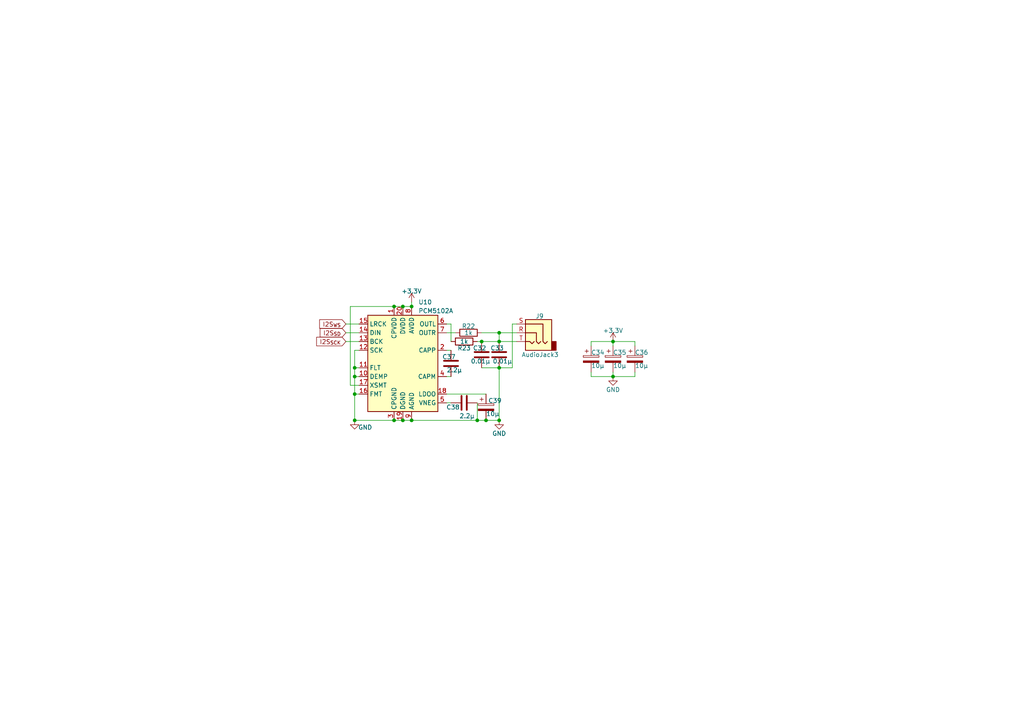
<source format=kicad_sch>
(kicad_sch (version 20230121) (generator eeschema)
  (paper "A4")
  (lib_symbols
    (symbol "Audio:PCM5102A"
      (property "Reference" "U" (at -10.16 13.97 0))
      (property "Value" "PCM5102A" (at 3.81 13.97 0))
      (symbol "PCM5102A_0_1"
        (rectangle (start -10.16 12.7) (end 10.16 -15.24) (stroke (width 0.254)) (fill (type background)))
      )
      (symbol "PCM5102A_1_1"
        (pin passive line (at -2.54 15.24 270) (length 2.54) (name "CPVDD") (number "1"))
        (pin input line (at -12.7 -5.08 0) (length 2.54) (name "DEMP") (number "10"))
        (pin input line (at -12.7 -2.54 0) (length 2.54) (name "FLT") (number "11"))
        (pin input line (at -12.7 2.54 0) (length 2.54) (name "SCK") (number "12"))
        (pin input line (at -12.7 5.08 0) (length 2.54) (name "BCK") (number "13"))
        (pin input line (at -12.7 7.62 0) (length 2.54) (name "DIN") (number "14"))
        (pin input line (at -12.7 10.16 0) (length 2.54) (name "LRCK") (number "15"))
        (pin input line (at -12.7 -10.16 0) (length 2.54) (name "FMT") (number "16"))
        (pin input line (at -12.7 -7.62 0) (length 2.54) (name "XSMT") (number "17"))
        (pin passive line (at 12.7 -10.16 180) (length 2.54) (name "LDOO") (number "18"))
        (pin power_in line (at 0 -17.78 90) (length 2.54) (name "DGND") (number "19"))
        (pin passive line (at 12.7 2.54 180) (length 2.54) (name "CAPP") (number "2"))
        (pin power_in line (at 0 15.24 270) (length 2.54) (name "DVDD") (number "20"))
        (pin power_in line (at -2.54 -17.78 90) (length 2.54) (name "CPGND") (number "3"))
        (pin passive line (at 12.7 -5.08 180) (length 2.54) (name "CAPM") (number "4"))
        (pin passive line (at 12.7 -12.7 180) (length 2.54) (name "VNEG") (number "5"))
        (pin output line (at 12.7 10.16 180) (length 2.54) (name "OUTL") (number "6"))
        (pin output line (at 12.7 7.62 180) (length 2.54) (name "OUTR") (number "7"))
        (pin power_in line (at 2.54 15.24 270) (length 2.54) (name "AVDD") (number "8"))
        (pin power_in line (at 2.54 -17.78 90) (length 2.54) (name "AGND") (number "9"))
      )
    )
    (symbol "Connector_Audio:AudioJack3"
      (property "Reference" "J" (at 0 8.89 0))
      (property "Value" "AudioJack3" (at 0 6.35 0))
      (symbol "AudioJack3_0_1"
        (rectangle (start -5.08 -5.08) (end -6.35 -2.54) (stroke (width 0.254)) (fill (type outline)))
        (polyline (pts (xy 0 -2.54) (xy 0.635 -3.175) (xy 1.27 -2.54) (xy 2.54 -2.54)) (stroke (width 0.254)))
        (polyline (pts (xy -1.905 -2.54) (xy -1.27 -3.175) (xy -0.635 -2.54) (xy -0.635 0) (xy 2.54 0)) (stroke (width 0.254)))
        (polyline (pts (xy 2.54 2.54) (xy -2.54 2.54) (xy -2.54 -2.54) (xy -3.175 -3.175) (xy -3.81 -2.54)) (stroke (width 0.254)))
        (rectangle (start 2.54 3.81) (end -5.08 -5.08) (stroke (width 0.254)) (fill (type background)))
      )
      (symbol "AudioJack3_1_1"
        (pin passive line (at 5.08 0 180) (length 2.54) (name "~") (number "R"))
        (pin passive line (at 5.08 2.54 180) (length 2.54) (name "~") (number "S"))
        (pin passive line (at 5.08 -2.54 180) (length 2.54) (name "~") (number "T"))
      )
    )
    (symbol "Device:C" (pin_numbers hide) (pin_names (offset 0.254))
      (property "Reference" "C" (at 0.635 2.54 0))
      (property "Value" "C" (at 0.635 -2.54 0))
      (symbol "C_0_1"
        (polyline (pts (xy -2.032 -0.762) (xy 2.032 -0.762)) (stroke (width 0.508)))
        (polyline (pts (xy -2.032 0.762) (xy 2.032 0.762)) (stroke (width 0.508)))
      )
      (symbol "C_1_1"
        (pin passive line (at 0 3.81 270) (length 2.794) (name "~") (number "1"))
        (pin passive line (at 0 -3.81 90) (length 2.794) (name "~") (number "2"))
      )
    )
    (symbol "Device:C_Polarized" (pin_numbers hide) (pin_names (offset 0.254))
      (property "Reference" "C" (at 0.635 2.54 0))
      (property "Value" "C_Polarized" (at 0.635 -2.54 0))
      (symbol "C_Polarized_0_1"
        (rectangle (start -2.286 0.508) (end 2.286 1.016))
        (polyline (pts (xy -1.778 2.286) (xy -0.762 2.286)))
        (polyline (pts (xy -1.27 2.794) (xy -1.27 1.778)))
        (rectangle (start 2.286 -0.508) (end -2.286 -1.016) (fill (type outline)))
      )
      (symbol "C_Polarized_1_1"
        (pin passive line (at 0 3.81 270) (length 2.794) (name "~") (number "1"))
        (pin passive line (at 0 -3.81 90) (length 2.794) (name "~") (number "2"))
      )
    )
    (symbol "Device:R" (pin_numbers hide) (pin_names (offset 0))
      (property "Reference" "R" (at 2.032 0 90))
      (property "Value" "R" (at 0 0 90))
      (symbol "R_0_1"
        (rectangle (start -1.016 -2.54) (end 1.016 2.54) (stroke (width 0.254)))
      )
      (symbol "R_1_1"
        (pin passive line (at 0 3.81 270) (length 1.27) (name "~") (number "1"))
        (pin passive line (at 0 -3.81 90) (length 1.27) (name "~") (number "2"))
      )
    )
    (symbol "power:+3.3V" (power) (pin_names (offset 0))
      (property "Value" "+3.3V" (at 0 3.556 0))
      (symbol "+3.3V_0_1"
        (polyline (pts (xy -0.762 1.27) (xy 0 2.54)))
        (polyline (pts (xy 0 0) (xy 0 2.54)))
        (polyline (pts (xy 0 2.54) (xy 0.762 1.27)))
      )
      (symbol "+3.3V_1_1"
        (pin power_in line (at 0 0 90) (length 0) hide (name "+3.3V") (number "1"))
      )
    )
    (symbol "power:GND" (power) (pin_names (offset 0))
      (property "Value" "GND" (at 0 -3.81 0))
      (symbol "GND_0_1"
        (polyline (pts (xy 0 0) (xy 0 -1.27) (xy 1.27 -1.27) (xy 0 -2.54) (xy -1.27 -1.27) (xy 0 -1.27)))
      )
      (symbol "GND_1_1"
        (pin power_in line (at 0 0 270) (length 0) hide (name "GND") (number "1"))
      )
    )
  )
  (junction (at 116.84 88.9))
  (junction (at 138.43 121.92))
  (junction (at 102.87 114.3))
  (junction (at 144.78 121.92))
  (junction (at 102.87 106.68))
  (junction (at 177.8 99.06))
  (junction (at 119.38 121.92))
  (junction (at 144.78 99.06))
  (junction (at 140.97 121.92))
  (junction (at 119.38 88.9))
  (junction (at 177.8 109.22))
  (junction (at 116.84 121.92))
  (junction (at 114.3 88.9))
  (junction (at 144.78 106.68))
  (junction (at 139.7 99.06))
  (junction (at 114.3 121.92))
  (junction (at 102.87 121.92))
  (junction (at 144.78 96.52))
  (junction (at 102.87 109.22))
  (wire (pts (xy 144.78 96.52) (xy 149.86 96.52)))
  (wire (pts (xy 171.45 109.22) (xy 177.8 109.22)))
  (wire (pts (xy 138.43 116.84) (xy 138.43 121.92)))
  (wire (pts (xy 100.33 93.98) (xy 104.14 93.98)))
  (wire (pts (xy 144.78 106.68) (xy 144.78 121.92)))
  (wire (pts (xy 144.78 106.68) (xy 148.59 106.68)))
  (wire (pts (xy 100.33 99.06) (xy 104.14 99.06)))
  (wire (pts (xy 102.87 106.68) (xy 102.87 109.22)))
  (wire (pts (xy 140.97 121.92) (xy 144.78 121.92)))
  (wire (pts (xy 102.87 106.68) (xy 104.14 106.68)))
  (wire (pts (xy 130.81 93.98) (xy 129.54 93.98)))
  (wire (pts (xy 138.43 121.92) (xy 140.97 121.92)))
  (wire (pts (xy 114.3 121.92) (xy 116.84 121.92)))
  (wire (pts (xy 148.59 93.98) (xy 148.59 106.68)))
  (wire (pts (xy 102.87 121.92) (xy 114.3 121.92)))
  (wire (pts (xy 144.78 99.06) (xy 149.86 99.06)))
  (wire (pts (xy 129.54 96.52) (xy 132.08 96.52)))
  (wire (pts (xy 177.8 99.06) (xy 177.8 100.33)))
  (wire (pts (xy 138.43 99.06) (xy 139.7 99.06)))
  (wire (pts (xy 171.45 99.06) (xy 177.8 99.06)))
  (wire (pts (xy 119.38 121.92) (xy 138.43 121.92)))
  (wire (pts (xy 101.6 111.76) (xy 101.6 88.9)))
  (wire (pts (xy 119.38 87.63) (xy 119.38 88.9)))
  (wire (pts (xy 139.7 106.68) (xy 144.78 106.68)))
  (wire (pts (xy 184.15 100.33) (xy 184.15 99.06)))
  (wire (pts (xy 102.87 109.22) (xy 104.14 109.22)))
  (wire (pts (xy 116.84 88.9) (xy 119.38 88.9)))
  (wire (pts (xy 129.54 116.84) (xy 130.81 116.84)))
  (wire (pts (xy 114.3 88.9) (xy 116.84 88.9)))
  (wire (pts (xy 148.59 93.98) (xy 149.86 93.98)))
  (wire (pts (xy 139.7 99.06) (xy 144.78 99.06)))
  (wire (pts (xy 139.7 96.52) (xy 144.78 96.52)))
  (wire (pts (xy 177.8 107.95) (xy 177.8 109.22)))
  (wire (pts (xy 101.6 88.9) (xy 114.3 88.9)))
  (wire (pts (xy 116.84 121.92) (xy 119.38 121.92)))
  (wire (pts (xy 171.45 100.33) (xy 171.45 99.06)))
  (wire (pts (xy 100.33 96.52) (xy 104.14 96.52)))
  (wire (pts (xy 102.87 101.6) (xy 104.14 101.6)))
  (wire (pts (xy 130.81 99.06) (xy 130.81 93.98)))
  (wire (pts (xy 177.8 99.06) (xy 184.15 99.06)))
  (wire (pts (xy 177.8 109.22) (xy 184.15 109.22)))
  (wire (pts (xy 101.6 111.76) (xy 104.14 111.76)))
  (wire (pts (xy 102.87 101.6) (xy 102.87 106.68)))
  (wire (pts (xy 129.54 114.3) (xy 140.97 114.3)))
  (wire (pts (xy 171.45 107.95) (xy 171.45 109.22)))
  (wire (pts (xy 129.54 109.22) (xy 130.81 109.22)))
  (wire (pts (xy 102.87 114.3) (xy 104.14 114.3)))
  (wire (pts (xy 102.87 114.3) (xy 102.87 121.92)))
  (wire (pts (xy 102.87 109.22) (xy 102.87 114.3)))
  (wire (pts (xy 129.54 101.6) (xy 130.81 101.6)))
  (wire (pts (xy 184.15 107.95) (xy 184.15 109.22)))
  (wire (pts (xy 144.78 96.52) (xy 144.78 99.06)))
  (global_label "I2S_{SD}" (shape input) (at 100.33 96.52 180) (property "Intersheetrefs" "${INTERSHEET_REFS}" (effects hide)))
  (global_label "I2S_{WS}" (shape input) (at 100.33 93.98 180) (property "Intersheetrefs" "${INTERSHEET_REFS}" (effects hide)))
  (global_label "I2S_{SCK}" (shape input) (at 100.33 99.06 180) (property "Intersheetrefs" "${INTERSHEET_REFS}" (effects hide)))
  (symbol (lib_id "Device:C") (at 130.81 105.41 0) (unit 1)
    (property "Reference" "C37" (at 128.27 103.505 0) (effects (justify left)))
    (property "Value" "2.2µ" (at 129.54 107.315 0) (effects (justify left)))
    (property "Footprint" "Capacitor_SMD:C_0201_0603Metric" (effects hide))
    (property "Datasheet" "https://www.mouser.jp/datasheet/2/281/1/GRM188R61H225KE11_01A-1985876.pdf" (effects hide))
    (property "Manufacturer_Name" "Murata Electronics" (effects hide))
    (property "Manufacturer_Part_Number" "GRM188R61H225KE11D" (effects hide))
    (property "Mouser Part Number" "81-GRM188R61H225KE1D" (effects hide))
    (property "Mouser Price/Stock" "https://www.mouser.jp/ProductDetail/81-GRM188R61H225KE1D" (effects hide))
  )
  (symbol (lib_id "power:+3.3V") (at 177.8 99.06 0) (unit 1)
    (property "Reference" "#PWR051" (effects hide))
    (property "Value" "+3.3V" (at 177.8 95.885 0))
  )
  (symbol (lib_id "Device:R") (at 135.89 96.52 90) (unit 1)
    (property "Reference" "R22" (at 135.89 94.615 90))
    (property "Value" "1k" (at 135.89 96.52 90))
    (property "Footprint" "Resistor_SMD:R_0603_1608Metric" (effects hide))
    (property "Datasheet" "https://www.koaspeer.com/pdfs/RN73H.pdf" (effects hide))
    (property "Manufacturer_Name" "KOA Speer" (effects hide))
    (property "Manufacturer_Part_Number" "RN73H1JTTD1001F100" (effects hide))
    (property "Mouser Part Number" "660-RN73H1JT1001F100" (effects hide))
    (property "Mouser Price/Stock" "https://www.mouser.jp/ProductDetail/660-RN73H1JT1001F100" (effects hide))
  )
  (symbol (lib_id "Device:C") (at 144.78 102.87 0) (unit 1)
    (property "Reference" "C33" (at 142.24 100.965 0) (effects (justify left)))
    (property "Value" "0.01µ" (at 142.875 104.775 0) (effects (justify left)))
    (property "Footprint" "Capacitor_SMD:C_0201_0603Metric" (effects hide))
    (property "Datasheet" "https://www.mouser.jp/datasheet/2/281/1/GCM188R71H103KA37_01C-3144181.pdf" (effects hide))
    (property "Manufacturer_Name" "Murata Electronics" (effects hide))
    (property "Manufacturer_Part_Number" "GCM188R71H103KA37J" (effects hide))
    (property "Mouser Part Number" "81-GCM188R71H103KA7J" (effects hide))
    (property "Mouser Price/Stock" "https://www.mouser.jp/ProductDetail/81-GCM188R71H103KA7J" (effects hide))
  )
  (symbol (lib_id "Device:C_Polarized") (at 177.8 104.14 0) (unit 1)
    (property "Reference" "C35" (at 177.8 102.235 0) (effects (justify left)))
    (property "Value" "10µ" (at 177.8 106.045 0) (effects (justify left)))
    (property "Footprint" "Capacitor_SMD:CP_Elec_4x5.4" (effects hide))
    (property "Datasheet" "https://www.mouser.jp/datasheet/2/315/RDE0000C1259-1772497.pdf" (effects hide))
    (property "Manufacturer_Name" "Panasonic" (effects hide))
    (property "Manufacturer_Part_Number" "EEE-FN1A100R" (effects hide))
    (property "Mouser Part Number" "667-EEE-FN1A100R" (effects hide))
    (property "Mouser Price/Stock" "https://www.mouser.jp/ProductDetail/667-EEE-FN1A100R" (effects hide))
  )
  (symbol (lib_id "Device:C_Polarized") (at 140.97 118.11 0) (unit 1)
    (property "Reference" "C39" (at 141.605 116.205 0) (effects (justify left)))
    (property "Value" "10µ" (at 140.97 120.015 0) (effects (justify left)))
    (property "Footprint" "Capacitor_SMD:CP_Elec_4x5.4" (effects hide))
    (property "Datasheet" "https://www.mouser.jp/datasheet/2/315/RDE0000C1259-1772497.pdf" (effects hide))
    (property "Manufacturer_Name" "Panasonic" (effects hide))
    (property "Manufacturer_Part_Number" "EEE-FN1A100R" (effects hide))
    (property "Mouser Part Number" "667-EEE-FN1A100R" (effects hide))
    (property "Mouser Price/Stock" "https://www.mouser.jp/ProductDetail/667-EEE-FN1A100R" (effects hide))
  )
  (symbol (lib_id "Device:C") (at 139.7 102.87 0) (unit 1)
    (property "Reference" "C32" (at 137.16 100.965 0) (effects (justify left)))
    (property "Value" "0.01µ" (at 136.525 104.775 0) (effects (justify left)))
    (property "Footprint" "Capacitor_SMD:C_0201_0603Metric" (effects hide))
    (property "Datasheet" "https://www.mouser.jp/datasheet/2/281/1/GCM188R71H103KA37_01C-3144181.pdf" (effects hide))
    (property "Manufacturer_Name" "Murata Electronics" (effects hide))
    (property "Manufacturer_Part_Number" "GCM188R71H103KA37J" (effects hide))
    (property "Mouser Part Number" "81-GCM188R71H103KA7J" (effects hide))
    (property "Mouser Price/Stock" "https://www.mouser.jp/ProductDetail/81-GCM188R71H103KA7J" (effects hide))
  )
  (symbol (lib_id "power:+3.3V") (at 119.38 87.63 0) (unit 1)
    (property "Reference" "#PWR050" (effects hide))
    (property "Value" "+3.3V" (at 119.38 84.455 0))
  )
  (symbol (lib_id "power:GND") (at 177.8 109.22 0) (unit 1)
    (property "Reference" "#PWR052" (effects hide))
    (property "Value" "GND" (at 177.8 113.03 0))
  )
  (symbol (lib_id "Audio:PCM5102A") (at 116.84 104.14 0) (unit 1)
    (property "Reference" "U10" (at 121.3359 87.63 0) (effects (justify left)))
    (property "Value" "PCM5102A" (at 121.3359 90.17 0) (effects (justify left)))
    (property "Footprint" "Package_SO:TSSOP-20_4.4x6.5mm_P0.65mm" (effects hide))
    (property "Datasheet" "https://www.ti.com/lit/gpn/pcm5102a" (effects hide))
    (property "Manufacturer_Name" "Texas Instruments" (effects hide))
    (property "Manufacturer_Part_Number" "PCM5102APWR" (effects hide))
    (property "Mouser Part Number" "595-PCM5102APWR" (effects hide))
    (property "Mouser Price/Stock" "https://www.mouser.jp/ProductDetail/595-PCM5102APWR" (effects hide))
  )
  (symbol (lib_id "power:GND") (at 144.78 121.92 0) (unit 1)
    (property "Reference" "#PWR054" (effects hide))
    (property "Value" "GND" (at 144.78 125.73 0))
  )
  (symbol (lib_id "Device:C_Polarized") (at 171.45 104.14 0) (unit 1)
    (property "Reference" "C34" (at 171.45 102.235 0) (effects (justify left)))
    (property "Value" "10µ" (at 171.45 106.045 0) (effects (justify left)))
    (property "Footprint" "Capacitor_SMD:CP_Elec_4x5.4" (effects hide))
    (property "Datasheet" "https://www.mouser.jp/datasheet/2/315/RDE0000C1259-1772497.pdf" (effects hide))
    (property "Manufacturer_Name" "Panasonic" (effects hide))
    (property "Manufacturer_Part_Number" "EEE-FN1A100R" (effects hide))
    (property "Mouser Part Number" "667-EEE-FN1A100R" (effects hide))
    (property "Mouser Price/Stock" "https://www.mouser.jp/ProductDetail/667-EEE-FN1A100R" (effects hide))
  )
  (symbol (lib_id "Device:R") (at 134.62 99.06 90) (unit 1)
    (property "Reference" "R23" (at 134.62 100.965 90))
    (property "Value" "1k" (at 134.62 99.06 90))
    (property "Footprint" "Resistor_SMD:R_0603_1608Metric" (effects hide))
    (property "Datasheet" "https://www.koaspeer.com/pdfs/RN73H.pdf" (effects hide))
    (property "Manufacturer_Name" "KOA Speer" (effects hide))
    (property "Manufacturer_Part_Number" "RN73H1JTTD1001F100" (effects hide))
    (property "Mouser Part Number" "660-RN73H1JT1001F100" (effects hide))
    (property "Mouser Price/Stock" "https://www.mouser.jp/ProductDetail/660-RN73H1JT1001F100" (effects hide))
  )
  (symbol (lib_id "Device:C_Polarized") (at 184.15 104.14 0) (unit 1)
    (property "Reference" "C36" (at 184.15 102.235 0) (effects (justify left)))
    (property "Value" "10µ" (at 184.15 106.045 0) (effects (justify left)))
    (property "Footprint" "Capacitor_SMD:CP_Elec_4x5.4" (effects hide))
    (property "Datasheet" "https://www.mouser.jp/datasheet/2/315/RDE0000C1259-1772497.pdf" (effects hide))
    (property "Manufacturer_Name" "Panasonic" (effects hide))
    (property "Manufacturer_Part_Number" "EEE-FN1A100R" (effects hide))
    (property "Mouser Part Number" "667-EEE-FN1A100R" (effects hide))
    (property "Mouser Price/Stock" "https://www.mouser.jp/ProductDetail/667-EEE-FN1A100R" (effects hide))
  )
  (symbol (lib_id "Device:C") (at 134.62 116.84 90) (unit 1)
    (property "Reference" "C38" (at 133.35 118.11 90) (effects (justify left)))
    (property "Value" "2.2µ" (at 137.795 120.65 90) (effects (justify left)))
    (property "Footprint" "Capacitor_SMD:C_0201_0603Metric" (effects hide))
    (property "Datasheet" "https://www.mouser.jp/datasheet/2/281/1/GRM188R61H225KE11_01A-1985876.pdf" (effects hide))
    (property "Manufacturer_Name" "Murata Electronics" (effects hide))
    (property "Manufacturer_Part_Number" "GRM188R61H225KE11D" (effects hide))
    (property "Mouser Part Number" "81-GRM188R61H225KE1D" (effects hide))
    (property "Mouser Price/Stock" "https://www.mouser.jp/ProductDetail/81-GRM188R61H225KE1D" (effects hide))
  )
  (symbol (lib_id "Connector_Audio:AudioJack3") (at 154.94 96.52 0) (mirror y) (unit 1)
    (property "Reference" "J9" (at 155.321 91.694 0) (effects (justify right)))
    (property "Value" "AudioJack3" (at 151.257 102.87 0) (effects (justify right)))
    (property "Footprint" "STX-3000:STX3000" (effects hide))
    (property "Datasheet" "https://www.mouser.jp/datasheet/2/222/STX3000-334650.pdf" (effects hide))
    (property "Manufacturer_Name" "Kycon" (effects hide))
    (property "Manufacturer_Part_Number" "STX-3000" (effects hide))
    (property "Mouser Part Number" "806-STX-3000" (effects hide))
    (property "Mouser Price/Stock" "https://www.mouser.jp/ProductDetail/Kycon/STX-3000?qs=kjZ2mQLP346Nbz1X9BOzfg%3D%3D" (effects hide))
  )
  (symbol (lib_id "power:GND") (at 102.87 121.92 0) (unit 1)
    (property "Reference" "#PWR053" (effects hide))
    (property "Value" "GND" (at 105.918 123.952 0))
  )
)
</source>
